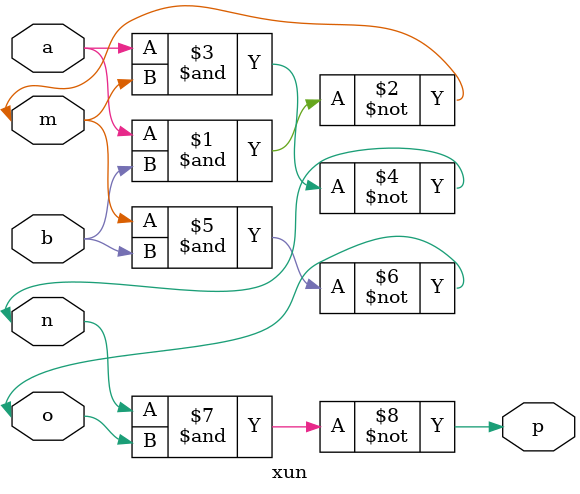
<source format=v>
`timescale 1ns / 1ps

module xun(
    input a,
    input b,
    inout m,
    inout n,
    inout o,
    output p
    );

nand(m,a,b);
nand(n,a,m);
nand(o,m,b);
nand(p,n,o);

endmodule
</source>
